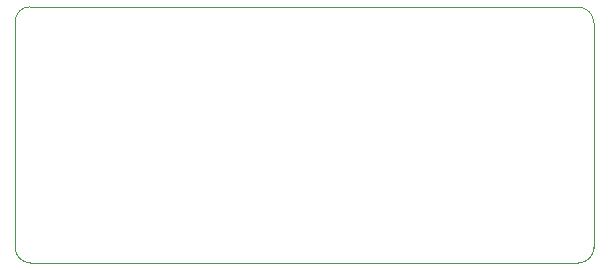
<source format=gbr>
%TF.GenerationSoftware,KiCad,Pcbnew,7.0.8*%
%TF.CreationDate,2024-01-22T15:58:14+05:30*%
%TF.ProjectId,Buck_Converter,4275636b-5f43-46f6-9e76-65727465722e,rev?*%
%TF.SameCoordinates,Original*%
%TF.FileFunction,Profile,NP*%
%FSLAX46Y46*%
G04 Gerber Fmt 4.6, Leading zero omitted, Abs format (unit mm)*
G04 Created by KiCad (PCBNEW 7.0.8) date 2024-01-22 15:58:14*
%MOMM*%
%LPD*%
G01*
G04 APERTURE LIST*
%TA.AperFunction,Profile*%
%ADD10C,0.100000*%
%TD*%
G04 APERTURE END LIST*
D10*
X172226737Y-116359000D02*
G75*
G03*
X173532800Y-115052874I-37J1306100D01*
G01*
X124534663Y-115052874D02*
G75*
G03*
X125840726Y-116358937I1306037J-26D01*
G01*
X125831600Y-116358937D02*
X172226737Y-116358937D01*
X173532800Y-96012000D02*
G75*
G03*
X172212000Y-94691200I-1320800J0D01*
G01*
X124534663Y-115052874D02*
X124534663Y-95910400D01*
X125762989Y-94682063D02*
G75*
G03*
X124534663Y-95910400I11J-1228337D01*
G01*
X173532800Y-96012000D02*
X173532800Y-115052874D01*
X125762989Y-94691200D02*
X172212000Y-94691200D01*
M02*

</source>
